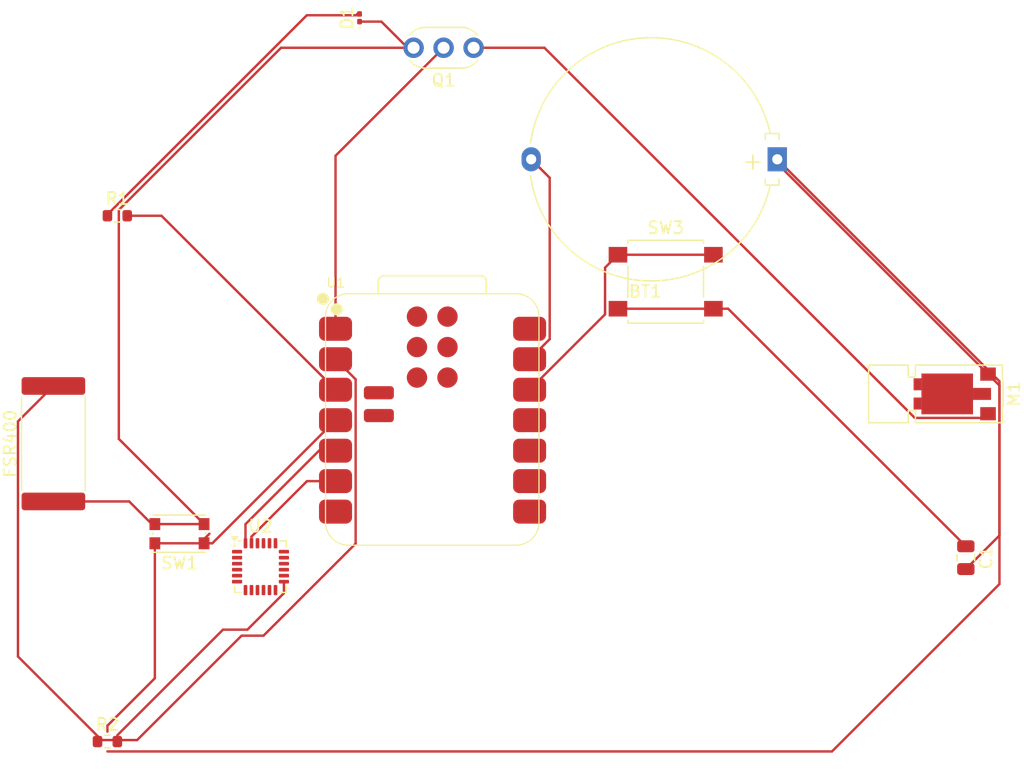
<source format=kicad_pcb>
(kicad_pcb (version 20240108) (generator "pcbnew") (generator_version "8.0")
  (layers (0 "F.Cu" signal) (31 "B.Cu" signal) (34 "B.Paste" user) (35 "F.Paste" user) (36 "B.SilkS" user "B.Silkscreen") (37 "F.SilkS" user "F.Silkscreen") (38 "B.Mask" user) (39 "F.Mask" user) (44 "Edge.Cuts" user))
  (net 0 "")
  (net 1 "Net-(BT1-+)")
  (net 2 "Net-(BT1--)")
  (net 3 "Net-(SW3-B)")
  (net 4 "GND")
  (net 5 "Net-(D1-A)")
  (net 6 "Net-(U1-GPIO3_A1_D1)")
  (net 7 "Net-(M1--)")
  (net 8 "Net-(Q1-B)")
  (net 9 "Net-(U1-GPIO4_A2_D2)")
  (net 10 "Net-(U1-GPIO5_A3_D3)")
  (net 11 "Net-(SW3-A)")
  (net 13 "Net-(U1-GPIO6_D4_SDA)")
  (net 25 "Net-(U1-GPIO7_D5_SCL)")
  (footprint "Crystal:Resonator-3Pin_W6.0mm_H3.0mm" (layer "F.Cu") (at 102.5 41 180)
    (property "Reference" "Q1" (at 2.5 -2.7 360) (layer "F.SilkS"))
    (property "Value" "NPN")
    (fp_line (start 1 1.7) (end 4 1.7) (stroke (width 0.12)) (layer "F.SilkS"))
    (fp_line (start 1 -1.7) (end 4 -1.7) (stroke (width 0.12)) (layer "F.SilkS"))
    (fp_arc (start 5.33779 1.048961) (mid 4.743898 1.5286) (end 4 1.7) (stroke (width 0.12)) (layer "F.SilkS"))
    (fp_arc (start 4 -1.7) (mid 4.743897 -1.5286) (end 5.33779 -1.048961) (stroke (width 0.12)) (layer "F.SilkS"))
    (fp_arc (start 1 1.7) (mid 0.256103 1.5286) (end -0.33779 1.048961) (stroke (width 0.12)) (layer "F.SilkS"))
    (fp_arc (start -0.33779 -1.048961) (mid 0.256102 -1.5286) (end 1 -1.7) (stroke (width 0.12)) (layer "F.SilkS"))
    (pad "1" thru_hole circle (at 0 0 180) (size 1.7 1.7) (drill 1) (layers "*.Cu" "*.Mask") (net 7 "Net-(M1--)"))
    (pad "2" thru_hole circle (at 2.5 0 180) (size 1.7 1.7) (drill 1) (layers "*.Cu" "*.Mask") (net 8 "Net-(Q1-B)"))
    (pad "3" thru_hole circle (at 5 0 180) (size 1.7 1.7) (drill 1) (layers "*.Cu" "*.Mask") (net 4 "GND"))
  )
  (footprint "Button_Switch_SMD:SW_Push_1P1T_NO_CK_KMR2" (layer "F.Cu") (at 78 81.5 180)
    (property "Reference" "SW1" (at 0 -2.45 360) (layer "F.SilkS"))
    (property "Value" "SW_Push")
    (fp_line (start 2.2 0.05) (end 2.2 -0.05) (stroke (width 0.12)) (layer "F.SilkS"))
    (fp_line (start 2.2 -1.55) (end -2.2 -1.55) (stroke (width 0.12)) (layer "F.SilkS"))
    (fp_line (start -2.2 1.55) (end 2.2 1.55) (stroke (width 0.12)) (layer "F.SilkS"))
    (fp_line (start -2.2 0.05) (end -2.2 -0.05) (stroke (width 0.12)) (layer "F.SilkS"))
    (pad "1" smd rect (at -2.05 -0.8 180) (size 0.9 1) (layers "F.Cu" "F.Paste" "F.Mask") (net 10 "Net-(U1-GPIO5_A3_D3)"))
    (pad "1" smd rect (at 2.05 -0.8 180) (size 0.9 1) (layers "F.Cu" "F.Paste" "F.Mask") (net 10 "Net-(U1-GPIO5_A3_D3)"))
    (pad "2" smd rect (at -2.05 0.8 180) (size 0.9 1) (layers "F.Cu" "F.Paste" "F.Mask") (net 4 "GND"))
    (pad "2" smd rect (at 2.05 0.8 180) (size 0.9 1) (layers "F.Cu" "F.Paste" "F.Mask") (net 4 "GND"))
  )
  (footprint "Button_Switch_SMD:SW_SPST_B3S-1000" (layer "F.Cu") (at 118.5 60.5)
    (property "Reference" "SW3" (at 0 -4.5 0) (layer "F.SilkS"))
    (property "Value" "SW_SPST")
    (fp_line (start -3.15 -3.45) (end 3.15 -3.45) (stroke (width 0.12)) (layer "F.SilkS"))
    (fp_line (start -3.15 -3.2) (end -3.15 -3.45) (stroke (width 0.12)) (layer "F.SilkS"))
    (fp_line (start -3.15 1.3) (end -3.15 -1.3) (stroke (width 0.12)) (layer "F.SilkS"))
    (fp_line (start -3.15 3.45) (end -3.15 3.2) (stroke (width 0.12)) (layer "F.SilkS"))
    (fp_line (start 3.15 -3.45) (end 3.15 -3.2) (stroke (width 0.12)) (layer "F.SilkS"))
    (fp_line (start 3.15 -1.3) (end 3.15 1.3) (stroke (width 0.12)) (layer "F.SilkS"))
    (fp_line (start 3.15 3.2) (end 3.15 3.45) (stroke (width 0.12)) (layer "F.SilkS"))
    (fp_line (start 3.15 3.45) (end -3.15 3.45) (stroke (width 0.12)) (layer "F.SilkS"))
    (pad "1" smd rect (at -3.975 -2.25) (size 1.55 1.3) (layers "F.Cu" "F.Paste" "F.Mask") (net 11 "Net-(SW3-A)"))
    (pad "1" smd rect (at 3.975 -2.25) (size 1.55 1.3) (layers "F.Cu" "F.Paste" "F.Mask") (net 11 "Net-(SW3-A)"))
    (pad "2" smd rect (at -3.975 2.25) (size 1.55 1.3) (layers "F.Cu" "F.Paste" "F.Mask") (net 3 "Net-(SW3-B)"))
    (pad "2" smd rect (at 3.975 2.25) (size 1.55 1.3) (layers "F.Cu" "F.Paste" "F.Mask") (net 3 "Net-(SW3-B)"))
  )
  (footprint "LED_SMD:LED_0201_0603Metric" (layer "F.Cu") (at 93 38.5 90)
    (property "Reference" "D1" (at 0 -1.05 90) (layer "F.SilkS"))
    (property "Value" "LED")
    (fp_circle (center -0.86 0) (end -0.81 0) (stroke (width 0.1)) (fill none) (layer "F.SilkS"))
    (pad "1" smd roundrect (at -0.32 0 90) (size 0.46 0.4) (layers "F.Cu" "F.Mask") (net 4 "GND"))
    (pad "2" smd roundrect (at 0.32 0 90) (size 0.46 0.4) (layers "F.Cu" "F.Mask") (net 5 "Net-(D1-A)"))
  )
  (footprint "Battery:Battery_Panasonic_CR2032-HFN_Horizontal_CircularHoles" (layer "F.Cu") (at 127.795 50.295 180)
    (property "Reference" "BT1" (at 11 -11 360) (layer "F.SilkS"))
    (property "Value" "Battery_Cell")
    (fp_line (start 1 2.15) (end 1 1.65) (stroke (width 0.12)) (layer "F.SilkS"))
    (fp_line (start 1 -2.15) (end 1 -1.65) (stroke (width 0.12)) (layer "F.SilkS"))
    (fp_line (start -0.15 2.15) (end 1 2.15) (stroke (width 0.12)) (layer "F.SilkS"))
    (fp_line (start -0.15 2.15) (end -0.15 1.65) (stroke (width 0.12)) (layer "F.SilkS"))
    (fp_line (start -0.15 -2.15) (end 1 -2.15) (stroke (width 0.12)) (layer "F.SilkS"))
    (fp_line (start -0.15 -2.15) (end -0.15 -1.65) (stroke (width 0.12)) (layer "F.SilkS"))
    (fp_arc (start 20.55 1.35) (mid 10.905879 10.130166) (end 0.59 2.15) (stroke (width 0.12)) (layer "F.SilkS"))
    (fp_arc (start 0.59 -2.15) (mid 10.905879 -10.130166) (end 20.55 -1.35) (stroke (width 0.12)) (layer "F.SilkS"))
    (fp_text user "+" (at 2.032 -0.127 360) (layer "F.SilkS") (effects (font (size 1.5 1.5))))
    (pad "1" thru_hole rect (at 0 0 180) (size 1.6 2) (drill 0.85) (layers "*.Cu" "*.Mask") (net 1 "Net-(BT1-+)"))
    (pad "2" thru_hole oval (at 20.5 0 180) (size 1.6 2) (drill 0.85) (layers "*.Cu" "*.Mask") (net 2 "Net-(BT1--)"))
  )
  (footprint "Resistor_SMD:R_0603_1608Metric" (layer "F.Cu") (at 72.825 55)
    (property "Reference" "R1" (at 0 -1.43 0) (layer "F.SilkS"))
    (property "Value" "200")
    (fp_line (start -0.237258 -0.5225) (end 0.237258 -0.5225) (stroke (width 0.12)) (layer "F.SilkS"))
    (fp_line (start -0.237258 0.5225) (end 0.237258 0.5225) (stroke (width 0.12)) (layer "F.SilkS"))
    (pad "1" smd roundrect (at -0.825 0) (size 0.8 0.95) (layers "F.Cu" "F.Paste" "F.Mask") (net 5 "Net-(D1-A)"))
    (pad "2" smd roundrect (at 0.825 0) (size 0.8 0.95) (layers "F.Cu" "F.Paste" "F.Mask") (net 9 "Net-(U1-GPIO4_A2_D2)"))
  )
  (footprint "Capacitor_SMD:C_0805_2012Metric" (layer "F.Cu") (at 143.5 83.5 -90)
    (property "Reference" "C1" (at 0 -1.68 90) (layer "F.SilkS"))
    (property "Value" "10uF")
    (fp_line (start -0.261252 0.735) (end 0.261252 0.735) (stroke (width 0.12)) (layer "F.SilkS"))
    (fp_line (start -0.261252 -0.735) (end 0.261252 -0.735) (stroke (width 0.12)) (layer "F.SilkS"))
    (pad "1" smd roundrect (at -0.95 0 270) (size 1 1.45) (layers "F.Cu" "F.Paste" "F.Mask") (net 3 "Net-(SW3-B)"))
    (pad "2" smd roundrect (at 0.95 0 270) (size 1 1.45) (layers "F.Cu" "F.Paste" "F.Mask") (net 1 "Net-(BT1-+)"))
  )
  (footprint "Resistor_SMD:R_0603_1608Metric" (layer "F.Cu") (at 72 98.825)
    (property "Reference" "R2" (at 0 -1.43 360) (layer "F.SilkS"))
    (property "Value" "10k")
    (fp_line (start -0.237258 -0.5225) (end 0.237258 -0.5225) (stroke (width 0.12)) (layer "F.SilkS"))
    (fp_line (start -0.237258 0.5225) (end 0.237258 0.5225) (stroke (width 0.12)) (layer "F.SilkS"))
    (pad "1" smd roundrect (at -0.825 0) (size 0.8 0.95) (layers "F.Cu" "F.Paste" "F.Mask") (net 10 "Net-(U1-GPIO5_A3_D3)"))
    (pad "2" smd roundrect (at 0.825 0) (size 0.8 0.95) (layers "F.Cu" "F.Paste" "F.Mask") (net 1 "Net-(BT1-+)"))
  )
  (footprint "Motors:Vybronics_VZ30C1T8219732L" (layer "F.Cu") (at 141 69.85 -90)
    (property "Reference" "M1" (at 0 -6.5 90) (layer "F.SilkS"))
    (property "Value" "Motor_DC")
    (fp_line (start -2.4 5.6) (end -2.4 2.3) (stroke (width 0.12)) (layer "F.SilkS"))
    (fp_line (start 2.4 5.6) (end -2.4 5.6) (stroke (width 0.12)) (layer "F.SilkS"))
    (fp_line (start -2.4 2.3) (end -1.4 2.3) (stroke (width 0.12)) (layer "F.SilkS"))
    (fp_line (start -1.4 2.3) (end -1.4 1.7) (stroke (width 0.12)) (layer "F.SilkS"))
    (fp_line (start 1.4 2.3) (end 2.4 2.3) (stroke (width 0.12)) (layer "F.SilkS"))
    (fp_line (start 2.4 2.3) (end 2.4 5.6) (stroke (width 0.12)) (layer "F.SilkS"))
    (fp_line (start -2.4 1.7) (end -2.4 -5.2) (stroke (width 0.12)) (layer "F.SilkS"))
    (fp_line (start -1.4 1.7) (end -2.4 1.7) (stroke (width 0.12)) (layer "F.SilkS"))
    (fp_line (start 1.4 1.7) (end 1.4 2.3) (stroke (width 0.12)) (layer "F.SilkS"))
    (fp_line (start 2.4 1.7) (end 1.4 1.7) (stroke (width 0.12)) (layer "F.SilkS"))
    (fp_line (start -2.4 -5.2) (end -2.4 -5.55) (stroke (width 0.12)) (layer "F.SilkS"))
    (fp_line (start 2.4 -5.2) (end 2.4 1.7) (stroke (width 0.12)) (layer "F.SilkS"))
    (fp_line (start -2.4 -5.55) (end -1.05 -5.55) (stroke (width 0.12)) (layer "F.SilkS"))
    (fp_line (start -1.05 -5.55) (end -1.05 -5.6) (stroke (width 0.12)) (layer "F.SilkS"))
    (fp_line (start 1.05 -5.55) (end 2.4 -5.55) (stroke (width 0.12)) (layer "F.SilkS"))
    (fp_line (start 2.4 -5.55) (end 2.4 -5.2) (stroke (width 0.12)) (layer "F.SilkS"))
    (fp_line (start -1.05 -5.6) (end 1.05 -5.6) (stroke (width 0.12)) (layer "F.SilkS"))
    (fp_line (start 1.05 -5.6) (end 1.05 -5.55) (stroke (width 0.12)) (layer "F.SilkS"))
    (pad "1" smd rect (at -1.65 -4.35 180) (size 1.3 1.1) (layers "F.Cu" "F.Paste" "F.Mask") (net 1 "Net-(BT1-+)"))
    (pad "2" smd rect (at 1.65 -4.35 180) (size 1.3 1.1) (layers "F.Cu" "F.Paste" "F.Mask") (net 7 "Net-(M1--)"))
    (pad "SH" smd rect (at -0.8 1.525 270) (size 1 0.65) (layers "F.Cu" "F.Paste" "F.Mask"))
    (pad "SH" smd rect (at 0 -3.85 180) (size 1.5 1) (layers "F.Cu" "F.Paste" "F.Mask"))
    (pad "SH" smd rect (at 0 -0.95 180) (size 4.3 3.4) (layers "F.Cu" "F.Mask"))
    (pad "SH" smd rect (at 0.8 1.525 270) (size 1 0.65) (layers "F.Cu" "F.Paste" "F.Mask"))
  )
  (footprint "Sensor_Motion:InvenSense_QFN-24_4x4mm_P0.5mm" (layer "F.Cu") (at 84.75 84.25)
    (property "Reference" "U2" (at 0 -3.375 360) (layer "F.SilkS"))
    (property "Value" "MPU-6050")
    (fp_line (start -2.15 -1.685) (end -2.15 -1.91) (stroke (width 0.12)) (layer "F.SilkS"))
    (fp_line (start -2.15 2.15) (end -2.15 1.625) (stroke (width 0.12)) (layer "F.SilkS"))
    (fp_line (start -2.15 2.15) (end -1.625 2.15) (stroke (width 0.12)) (layer "F.SilkS"))
    (fp_line (start -1.625 -2.15) (end -1.85 -2.15) (stroke (width 0.12)) (layer "F.SilkS"))
    (fp_line (start 2.15 -2.15) (end 1.625 -2.15) (stroke (width 0.12)) (layer "F.SilkS"))
    (fp_line (start 2.15 -2.15) (end 2.15 -1.625) (stroke (width 0.12)) (layer "F.SilkS"))
    (fp_line (start 2.15 2.15) (end 1.625 2.15) (stroke (width 0.12)) (layer "F.SilkS"))
    (fp_line (start 2.15 2.15) (end 2.15 1.625) (stroke (width 0.12)) (layer "F.SilkS"))
    (fp_poly (pts (xy -2.15 -2.15) (xy -2.39 -2.48) (xy -1.91 -2.48) (xy -2.15 -2.15)) (stroke (width 0.12)) (fill solid) (layer "F.SilkS"))
    (pad "1" smd roundrect (at -1.95 -1.25) (size 0.85 0.3) (layers "F.Cu" "F.Paste" "F.Mask"))
    (pad "2" smd roundrect (at -1.95 -0.75) (size 0.85 0.3) (layers "F.Cu" "F.Paste" "F.Mask"))
    (pad "3" smd roundrect (at -1.95 -0.25) (size 0.85 0.3) (layers "F.Cu" "F.Paste" "F.Mask"))
    (pad "4" smd roundrect (at -1.95 0.25) (size 0.85 0.3) (layers "F.Cu" "F.Paste" "F.Mask"))
    (pad "5" smd roundrect (at -1.95 0.75) (size 0.85 0.3) (layers "F.Cu" "F.Paste" "F.Mask"))
    (pad "6" smd roundrect (at -1.95 1.25) (size 0.85 0.3) (layers "F.Cu" "F.Paste" "F.Mask"))
    (pad "7" smd roundrect (at -1.25 1.95 90) (size 0.85 0.3) (layers "F.Cu" "F.Paste" "F.Mask"))
    (pad "8" smd roundrect (at -0.75 1.95 90) (size 0.85 0.3) (layers "F.Cu" "F.Paste" "F.Mask"))
    (pad "9" smd roundrect (at -0.25 1.95 90) (size 0.85 0.3) (layers "F.Cu" "F.Paste" "F.Mask"))
    (pad "10" smd roundrect (at 0.25 1.95 90) (size 0.85 0.3) (layers "F.Cu" "F.Paste" "F.Mask"))
    (pad "11" smd roundrect (at 0.75 1.95 90) (size 0.85 0.3) (layers "F.Cu" "F.Paste" "F.Mask"))
    (pad "12" smd roundrect (at 1.25 1.95 90) (size 0.85 0.3) (layers "F.Cu" "F.Paste" "F.Mask"))
    (pad "13" smd roundrect (at 1.95 1.25) (size 0.85 0.3) (layers "F.Cu" "F.Paste" "F.Mask") (net 1 "Net-(BT1-+)"))
    (pad "14" smd roundrect (at 1.95 0.75) (size 0.85 0.3) (layers "F.Cu" "F.Paste" "F.Mask"))
    (pad "15" smd roundrect (at 1.95 0.25) (size 0.85 0.3) (layers "F.Cu" "F.Paste" "F.Mask"))
    (pad "16" smd roundrect (at 1.95 -0.25) (size 0.85 0.3) (layers "F.Cu" "F.Paste" "F.Mask"))
    (pad "17" smd roundrect (at 1.95 -0.75) (size 0.85 0.3) (layers "F.Cu" "F.Paste" "F.Mask"))
    (pad "18" smd roundrect (at 1.95 -1.25) (size 0.85 0.3) (layers "F.Cu" "F.Paste" "F.Mask") (net 4 "GND"))
    (pad "19" smd roundrect (at 1.25 -1.95 90) (size 0.85 0.3) (layers "F.Cu" "F.Paste" "F.Mask"))
    (pad "20" smd roundrect (at 0.75 -1.95 90) (size 0.85 0.3) (layers "F.Cu" "F.Paste" "F.Mask"))
    (pad "21" smd roundrect (at 0.25 -1.95 90) (size 0.85 0.3) (layers "F.Cu" "F.Paste" "F.Mask"))
    (pad "22" smd roundrect (at -0.25 -1.95 90) (size 0.85 0.3) (layers "F.Cu" "F.Paste" "F.Mask"))
    (pad "23" smd roundrect (at -0.75 -1.95 90) (size 0.85 0.3) (layers "F.Cu" "F.Paste" "F.Mask") (net 25 "Net-(U1-GPIO7_D5_SCL)"))
    (pad "24" smd roundrect (at -1.25 -1.95 90) (size 0.85 0.3) (layers "F.Cu" "F.Paste" "F.Mask") (net 13 "Net-(U1-GPIO6_D4_SDA)"))
  )
  (footprint "Resistor_SMD:R_4020_10251Metric" (layer "F.Cu") (at 67.5 74 90)
    (property "Reference" "FSR400" (at 0 -3.6 90) (layer "F.SilkS"))
    (property "Value" "10k")
    (fp_line (start -3.886252 -2.66) (end 3.886252 -2.66) (stroke (width 0.12)) (layer "F.SilkS"))
    (fp_line (start -3.886252 2.66) (end 3.886252 2.66) (stroke (width 0.12)) (layer "F.SilkS"))
    (pad "1" smd roundrect (at -4.8125 0 90) (size 1.475 5.3) (layers "F.Cu" "F.Paste" "F.Mask") (roundrect_rratio 0.169492) (net 4 "GND"))
    (pad "2" smd roundrect (at 4.8125 0 90) (size 1.475 5.3) (layers "F.Cu" "F.Paste" "F.Mask") (roundrect_rratio 0.169492) (net 6 "Net-(U1-GPIO3_A1_D1)"))
  )
  (footprint "Crystal:XIAO-ESP32C3-SMD" (layer "F.Cu") (at 99 72)
    (property "Reference" "U1" (at -8.835 -10.96 0) (layer "F.SilkS") (effects (font (size 0.78232 0.78232) (thickness 0.10668)) (justify left bottom)))
    (property "Value" "XIAO-ESP32-C3-SMD")
    (fp_line (start -8.835 8.553) (end -8.835 -8.592) (stroke (width 0.1)) (layer "F.SilkS"))
    (fp_line (start -6.93 10.458) (end 7.04 10.458) (stroke (width 0.1)) (layer "F.SilkS"))
    (fp_line (start -4.44 -10.497) (end -4.436272 -11.507272) (stroke (width 0.127)) (layer "F.SilkS"))
    (fp_line (start -3.936272 -12.007) (end 4.059 -12.007) (stroke (width 0.127)) (layer "F.SilkS"))
    (fp_line (start 4.559 -11.507) (end 4.559 -10.497) (stroke (width 0.127)) (layer "F.SilkS"))
    (fp_line (start 7.04 -10.497) (end -6.93 -10.497) (stroke (width 0.1)) (layer "F.SilkS"))
    (fp_line (start 8.945 8.553) (end 8.945 -8.592) (stroke (width 0.1)) (layer "F.SilkS"))
    (fp_arc (start -8.835 -8.596) (mid -8.277038 -9.943038) (end -6.93 -10.501) (stroke (width 0.1)) (layer "F.SilkS"))
    (fp_arc (start -6.93 10.458) (mid -8.277038 9.900038) (end -8.835 8.553) (stroke (width 0.1)) (layer "F.SilkS"))
    (fp_arc (start -4.436272 -11.507272) (mid -4.289724 -11.860644) (end -3.936272 -12.007) (stroke (width 0.127)) (layer "F.SilkS"))
    (fp_arc (start 4.059 -12.007) (mid 4.412553 -11.860553) (end 4.559 -11.507) (stroke (width 0.127)) (layer "F.SilkS"))
    (fp_arc (start 7.04 -10.497) (mid 8.387038 -9.939038) (end 8.945 -8.592) (stroke (width 0.1)) (layer "F.SilkS"))
    (fp_arc (start 8.945 8.553) (mid 8.387038 9.900038) (end 7.04 10.458) (stroke (width 0.1)) (layer "F.SilkS"))
    (fp_circle (center -9.045 -10.081) (end -9.045 -10.335) (stroke (width 0.5)) (fill solid) (layer "F.SilkS"))
    (fp_circle (center -7.902 -9.201) (end -7.902 -9.455) (stroke (width 0.5)) (fill solid) (layer "F.SilkS"))
    (pad "1" smd roundrect (at -8 -7.58) (size 2.75 2) (layers "F.Cu" "F.Paste" "F.Mask") (net 8 "Net-(Q1-B)"))
    (pad "2" smd roundrect (at -8 -5.04) (size 2.75 2) (layers "F.Cu" "F.Paste" "F.Mask") (net 6 "Net-(U1-GPIO3_A1_D1)"))
    (pad "3" smd roundrect (at -8 -2.5) (size 2.75 2) (layers "F.Cu" "F.Paste" "F.Mask") (net 9 "Net-(U1-GPIO4_A2_D2)"))
    (pad "4" smd roundrect (at -8 0.04) (size 2.75 2) (layers "F.Cu" "F.Paste" "F.Mask") (net 10 "Net-(U1-GPIO5_A3_D3)"))
    (pad "5" smd roundrect (at -8 2.58) (size 2.75 2) (layers "F.Cu" "F.Paste" "F.Mask") (net 13 "Net-(U1-GPIO6_D4_SDA)"))
    (pad "6" smd roundrect (at -8 5.12) (size 2.75 2) (layers "F.Cu" "F.Paste" "F.Mask") (net 25 "Net-(U1-GPIO7_D5_SCL)"))
    (pad "7" smd roundrect (at -8 7.66) (size 2.75 2) (layers "F.Cu" "F.Paste" "F.Mask"))
    (pad "8" smd roundrect (at 8.165 7.66) (size 2.75 2) (layers "F.Cu" "F.Paste" "F.Mask"))
    (pad "9" smd roundrect (at 8.165 5.12) (size 2.75 2) (layers "F.Cu" "F.Paste" "F.Mask"))
    (pad "10" smd roundrect (at 8.165 2.58) (size 2.75 2) (layers "F.Cu" "F.Paste" "F.Mask"))
    (pad "11" smd roundrect (at 8.165 0.04) (size 2.75 2) (layers "F.Cu" "F.Paste" "F.Mask"))
    (pad "12" smd roundrect (at 8.165 -2.5) (size 2.75 2) (layers "F.Cu" "F.Paste" "F.Mask") (net 11 "Net-(SW3-A)"))
    (pad "13" smd roundrect (at 8.165 -5.04) (size 2.75 2) (layers "F.Cu" "F.Paste" "F.Mask") (net 2 "Net-(BT1--)"))
    (pad "14" smd roundrect (at 8.165 -7.58) (size 2.75 2) (layers "F.Cu" "F.Paste" "F.Mask"))
    (pad "15" smd roundrect (at -4.39 -0.342 180) (size 2.5 1.1) (layers "F.Cu" "F.Paste" "F.Mask"))
    (pad "16" smd roundrect (at -4.39 -2.247 180) (size 2.5 1.1) (layers "F.Cu" "F.Paste" "F.Mask"))
    (pad "17" smd circle (at -1.215 -8.592) (size 1.7 1.7) (layers "F.Cu" "F.Paste" "F.Mask"))
    (pad "18" smd circle (at 1.325 -8.592) (size 1.7 1.7) (layers "F.Cu" "F.Paste" "F.Mask"))
    (pad "19" smd circle (at -1.215 -6.052) (size 1.7 1.7) (layers "F.Cu" "F.Paste" "F.Mask"))
    (pad "20" smd circle (at 1.325 -6.052) (size 1.7 1.7) (layers "F.Cu" "F.Paste" "F.Mask"))
    (pad "21" smd circle (at -1.215 -3.512) (size 1.7 1.7) (layers "F.Cu" "F.Paste" "F.Mask"))
    (pad "22" smd circle (at 1.325 -3.512) (size 1.7 1.7) (layers "F.Cu" "F.Paste" "F.Mask"))
  )
  (segment (start 146.3 81.65) (end 143.5 84.45) (width 0.2) (layer "F.Cu") (net 1))
  (segment (start 127.795 50.295) (end 127.795 50.645) (width 0.2) (layer "F.Cu") (net 1))
  (segment (start 145.35 68.2) (end 146.3 69.15) (width 0.2) (layer "F.Cu") (net 1))
  (segment (start 81.625 89.5) (end 72.825 98.3) (width 0.2) (layer "F.Cu") (net 1))
  (segment (start 127.795 50.645) (end 145.35 68.2) (width 0.2) (layer "F.Cu") (net 1))
  (segment (start 127.795 50.295) (end 146.3 68.8) (width 0.2) (layer "F.Cu") (net 1))
  (segment (start 146.3 69.15) (end 146.3 81.65) (width 0.2) (layer "F.Cu") (net 1))
  (segment (start 86.7 86.45741) (end 83.65741 89.5) (width 0.2) (layer "F.Cu") (net 1))
  (segment (start 146.3 68.8) (end 146.3 85.7) (width 0.2) (layer "F.Cu") (net 1))
  (segment (start 83.65741 89.5) (end 81.625 89.5) (width 0.2) (layer "F.Cu") (net 1))
  (segment (start 86.7 85.5) (end 86.7 86.45741) (width 0.2) (layer "F.Cu") (net 1))
  (segment (start 132.35 99.65) (end 72 99.65) (width 0.2) (layer "F.Cu") (net 1))
  (segment (start 146.3 85.7) (end 132.35 99.65) (width 0.2) (layer "F.Cu") (net 1))
  (segment (start 108.84 51.84) (end 108.84 65.285) (width 0.2) (layer "F.Cu") (net 2))
  (segment (start 108.84 65.285) (end 107.165 66.96) (width 0.2) (layer "F.Cu") (net 2))
  (segment (start 107.295 50.295) (end 108.84 51.84) (width 0.2) (layer "F.Cu") (net 2))
  (segment (start 122.475 62.75) (end 123.7 62.75) (width 0.2) (layer "F.Cu") (net 3))
  (segment (start 123.7 62.75) (end 143.5 82.55) (width 0.2) (layer "F.Cu") (net 3))
  (segment (start 114.525 62.75) (end 122.475 62.75) (width 0.2) (layer "F.Cu") (net 3))
  (segment (start 75.95 80.7) (end 75.7 80.7) (width 0.2) (layer "F.Cu") (net 4))
  (segment (start 80.05 80.7) (end 75.95 80.7) (width 0.2) (layer "F.Cu") (net 4))
  (segment (start 75.7 80.7) (end 73.8125 78.8125) (width 0.2) (layer "F.Cu") (net 4))
  (segment (start 72.95 73.6) (end 72.95 54.512352) (width 0.2) (layer "F.Cu") (net 4))
  (segment (start 97 41) (end 94.82 38.82) (width 0.2) (layer "F.Cu") (net 4))
  (segment (start 80.05 80.7) (end 72.95 73.6) (width 0.2) (layer "F.Cu") (net 4))
  (segment (start 94.82 38.82) (end 93 38.82) (width 0.2) (layer "F.Cu") (net 4))
  (segment (start 97.5 41) (end 97 41) (width 0.2) (layer "F.Cu") (net 4))
  (segment (start 86.462352 41) (end 97.5 41) (width 0.2) (layer "F.Cu") (net 4))
  (segment (start 73.8125 78.8125) (end 67.5 78.8125) (width 0.2) (layer "F.Cu") (net 4))
  (segment (start 72.95 54.512352) (end 86.462352 41) (width 0.2) (layer "F.Cu") (net 4))
  (segment (start 92.89 38.29) (end 88.606666 38.29) (width 0.2) (layer "F.Cu") (net 5))
  (segment (start 93 38.18) (end 92.800001 38.18) (width 0.2) (layer "F.Cu") (net 5))
  (segment (start 72 54.896666) (end 72 55) (width 0.2) (layer "F.Cu") (net 5))
  (segment (start 88.606666 38.29) (end 72 54.896666) (width 0.2) (layer "F.Cu") (net 5))
  (segment (start 83.173642 90) (end 74.473642 98.7) (width 0.2) (layer "F.Cu") (net 6))
  (segment (start 92.675 68.635) (end 92.675 82.325) (width 0.2) (layer "F.Cu") (net 6))
  (segment (start 91 66.96) (end 92.675 68.635) (width 0.2) (layer "F.Cu") (net 6))
  (segment (start 71.512352 98.7) (end 64.55 91.737648) (width 0.2) (layer "F.Cu") (net 6))
  (segment (start 64.55 91.737648) (end 64.55 72.1375) (width 0.2) (layer "F.Cu") (net 6))
  (segment (start 74.473642 98.7) (end 71.512352 98.7) (width 0.2) (layer "F.Cu") (net 6))
  (segment (start 64.55 72.1375) (end 67.5 69.1875) (width 0.2) (layer "F.Cu") (net 6))
  (segment (start 85 90) (end 83.173642 90) (width 0.2) (layer "F.Cu") (net 6))
  (segment (start 92.675 82.325) (end 85 90) (width 0.2) (layer "F.Cu") (net 6))
  (segment (start 139.25 71.85) (end 145 71.85) (width 0.2) (layer "F.Cu") (net 7))
  (segment (start 102.5 41) (end 108.4 41) (width 0.2) (layer "F.Cu") (net 7))
  (segment (start 108.4 41) (end 139.25 71.85) (width 0.2) (layer "F.Cu") (net 7))
  (segment (start 145 71.85) (end 145.35 71.5) (width 0.2) (layer "F.Cu") (net 7))
  (segment (start 100 41) (end 91 50) (width 0.2) (layer "F.Cu") (net 8))
  (segment (start 91 50) (end 91 64.42) (width 0.2) (layer "F.Cu") (net 8))
  (segment (start 73.65 55) (end 76.5 55) (width 0.2) (layer "F.Cu") (net 9))
  (segment (start 76.5 55) (end 91 69.5) (width 0.2) (layer "F.Cu") (net 9))
  (segment (start 80.74 82.3) (end 80.05 82.3) (width 0.2) (layer "F.Cu") (net 10))
  (segment (start 72 98) (end 72 97.5) (width 0.2) (layer "F.Cu") (net 10))
  (segment (start 91 72.04) (end 80.74 82.3) (width 0.2) (layer "F.Cu") (net 10))
  (segment (start 75.95 93.55) (end 75.95 82.3) (width 0.2) (layer "F.Cu") (net 10))
  (segment (start 80.05 81.95) (end 80.5 81.5) (width 0.2) (layer "F.Cu") (net 10))
  (segment (start 72 97.5) (end 75.95 93.55) (width 0.2) (layer "F.Cu") (net 10))
  (segment (start 80.05 82.3) (end 80.05 81.95) (width 0.2) (layer "F.Cu") (net 10))
  (segment (start 80.05 82.3) (end 75.95 82.3) (width 0.2) (layer "F.Cu") (net 10))
  (segment (start 113.45 63.215) (end 113.45 59.325) (width 0.2) (layer "F.Cu") (net 11))
  (segment (start 107.165 69.5) (end 113.45 63.215) (width 0.2) (layer "F.Cu") (net 11))
  (segment (start 114.525 58.25) (end 122.475 58.25) (width 0.2) (layer "F.Cu") (net 11))
  (segment (start 113.45 59.325) (end 114.525 58.25) (width 0.2) (layer "F.Cu") (net 11))
  (segment (start 91 74.58) (end 89.625 74.58) (width 0.2) (layer "F.Cu") (net 13))
  (segment (start 83.5 80.705) (end 83.5 82.3) (width 0.2) (layer "F.Cu") (net 13))
  (segment (start 89.625 74.58) (end 83.5 80.705) (width 0.2) (layer "F.Cu") (net 13))
  (segment (start 91 77.12) (end 88.62259 77.12) (width 0.2) (layer "F.Cu") (net 25))
  (segment (start 88.62259 77.12) (end 84 81.74259) (width 0.2) (layer "F.Cu") (net 25))
  (segment (start 84 81.74259) (end 84 82.3) (width 0.2) (layer "F.Cu") (net 25))
)
</source>
